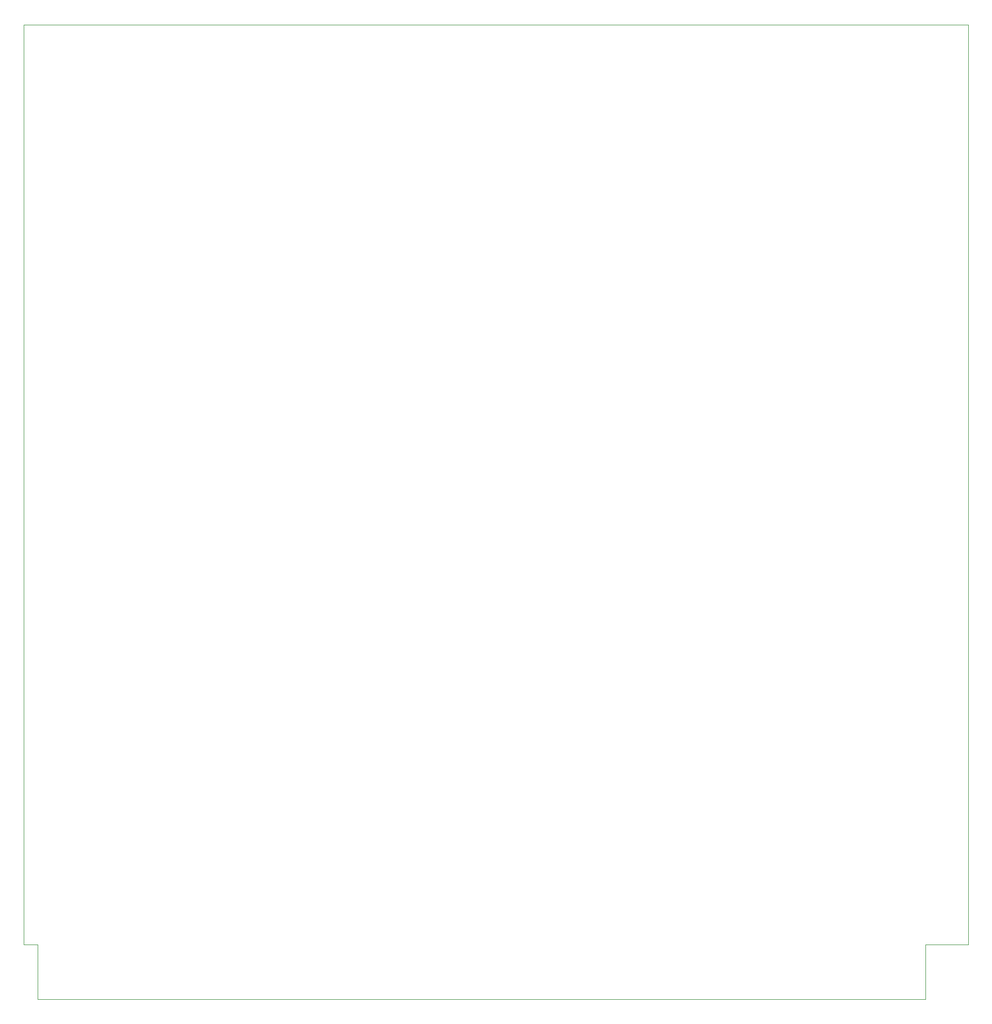
<source format=gm1>
G04 #@! TF.GenerationSoftware,KiCad,Pcbnew,5.1.12-84ad8e8a86~92~ubuntu20.04.1*
G04 #@! TF.CreationDate,2022-11-16T18:52:32-05:00*
G04 #@! TF.ProjectId,unipak-extender,756e6970-616b-42d6-9578-74656e646572,v1.0*
G04 #@! TF.SameCoordinates,Original*
G04 #@! TF.FileFunction,Profile,NP*
%FSLAX46Y46*%
G04 Gerber Fmt 4.6, Leading zero omitted, Abs format (unit mm)*
G04 Created by KiCad (PCBNEW 5.1.12-84ad8e8a86~92~ubuntu20.04.1) date 2022-11-16 18:52:32*
%MOMM*%
%LPD*%
G01*
G04 APERTURE LIST*
G04 #@! TA.AperFunction,Profile*
%ADD10C,0.050000*%
G04 #@! TD*
G04 APERTURE END LIST*
D10*
X288000000Y-194000000D02*
X295000000Y-194000000D01*
X288000000Y-203000000D02*
X288000000Y-194000000D01*
X295000000Y-43000000D02*
X295000000Y-194000000D01*
X140000000Y-43000000D02*
X295000000Y-43000000D01*
X140000000Y-194000000D02*
X140000000Y-43000000D01*
X142250000Y-194000000D02*
X140000000Y-194000000D01*
X142250000Y-203000000D02*
X142250000Y-194000000D01*
X288000000Y-203000000D02*
X142250000Y-203000000D01*
M02*

</source>
